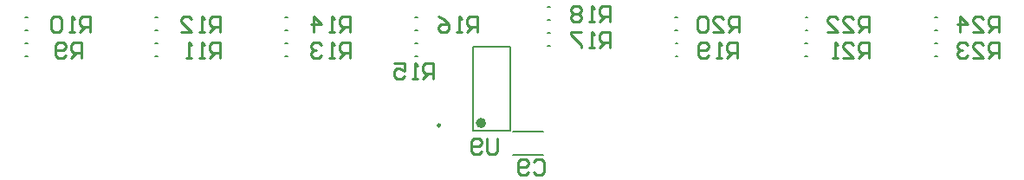
<source format=gbr>
%TF.GenerationSoftware,Altium Limited,Altium Designer,23.10.1 (27)*%
G04 Layer_Color=32896*
%FSLAX45Y45*%
%MOMM*%
%TF.SameCoordinates,A038C99E-A49E-49FA-BA90-4B12FE75E0D5*%
%TF.FilePolarity,Positive*%
%TF.FileFunction,Legend,Bot*%
%TF.Part,Single*%
G01*
G75*
%TA.AperFunction,NonConductor*%
%ADD25C,0.25000*%
%ADD26C,0.20000*%
%ADD27C,0.25400*%
%ADD31C,0.50000*%
D25*
X8971544Y9827900D02*
G03*
X8971544Y9827900I-12500J0D01*
G01*
D26*
X9294328Y9775400D02*
X9654072D01*
Y10595400D01*
X9294328D02*
X9654072D01*
X9294328Y9775400D02*
Y10595400D01*
X4917600Y10882900D02*
X4937600D01*
X4917600Y10757900D02*
X4937600D01*
X4917600Y10628900D02*
X4937600D01*
X4917600Y10503900D02*
X4937600D01*
X10023000Y10730500D02*
X10043000D01*
X10023000Y10605500D02*
X10043000D01*
X7457600Y10882900D02*
X7477600D01*
X7457600Y10757900D02*
X7477600D01*
X6187600Y10882900D02*
X6207600D01*
X6187600Y10757900D02*
X6207600D01*
X8727600Y10628900D02*
X8747600D01*
X8727600Y10503900D02*
X8747600D01*
X7457600Y10628900D02*
X7477600D01*
X7457600Y10503900D02*
X7477600D01*
X6187600Y10628900D02*
X6207600D01*
X6187600Y10503900D02*
X6207600D01*
X11269200Y10628900D02*
X11289200D01*
X11269200Y10503900D02*
X11289200D01*
X12537600Y10628900D02*
X12557600D01*
X12537600Y10503900D02*
X12557600D01*
X13807600Y10628900D02*
X13827600D01*
X13807600Y10503900D02*
X13827600D01*
X13807600Y10882900D02*
X13827600D01*
X13807600Y10757900D02*
X13827600D01*
X10023000Y10984500D02*
X10043000D01*
X10023000Y10859500D02*
X10043000D01*
X8727600Y10882900D02*
X8747600D01*
X8727600Y10757900D02*
X8747600D01*
X11267600Y10882900D02*
X11287600D01*
X11267600Y10757900D02*
X11287600D01*
X12539200Y10882900D02*
X12559200D01*
X12539200Y10757900D02*
X12559200D01*
X9683990Y9539190D02*
X9975610D01*
X9683990Y9764810D02*
X9975610D01*
D27*
X14427135Y10744225D02*
Y10896575D01*
X14350958D01*
X14325568Y10871183D01*
Y10820400D01*
X14350958Y10795008D01*
X14427135D01*
X14376350D02*
X14325568Y10744225D01*
X14173216D02*
X14274783D01*
X14173216Y10845792D01*
Y10871183D01*
X14198608Y10896575D01*
X14249393D01*
X14274783Y10871183D01*
X14046257Y10744225D02*
Y10896575D01*
X14122433Y10820400D01*
X14020866D01*
X14427135Y10490225D02*
Y10642575D01*
X14350958D01*
X14325568Y10617183D01*
Y10566400D01*
X14350958Y10541008D01*
X14427135D01*
X14376350D02*
X14325568Y10490225D01*
X14173216D02*
X14274783D01*
X14173216Y10591792D01*
Y10617183D01*
X14198608Y10642575D01*
X14249393D01*
X14274783Y10617183D01*
X14122433D02*
X14097041Y10642575D01*
X14046257D01*
X14020866Y10617183D01*
Y10591792D01*
X14046257Y10566400D01*
X14071649D01*
X14046257D01*
X14020866Y10541008D01*
Y10515617D01*
X14046257Y10490225D01*
X14097041D01*
X14122433Y10515617D01*
X13157133Y10744225D02*
Y10896575D01*
X13080959D01*
X13055566Y10871183D01*
Y10820400D01*
X13080959Y10795008D01*
X13157133D01*
X13106351D02*
X13055566Y10744225D01*
X12903217D02*
X13004784D01*
X12903217Y10845792D01*
Y10871183D01*
X12928609Y10896575D01*
X12979391D01*
X13004784Y10871183D01*
X12750866Y10744225D02*
X12852432D01*
X12750866Y10845792D01*
Y10871183D01*
X12776257Y10896575D01*
X12827042D01*
X12852432Y10871183D01*
X13157143Y10490225D02*
Y10642575D01*
X13080968D01*
X13055576Y10617183D01*
Y10566400D01*
X13080968Y10541008D01*
X13157143D01*
X13106358D02*
X13055576Y10490225D01*
X12903224D02*
X13004791D01*
X12903224Y10591792D01*
Y10617183D01*
X12928616Y10642575D01*
X12979401D01*
X13004791Y10617183D01*
X12852441Y10490225D02*
X12801657D01*
X12827049D01*
Y10642575D01*
X12852441Y10617183D01*
X11887134Y10744225D02*
Y10896575D01*
X11810959D01*
X11785567Y10871183D01*
Y10820400D01*
X11810959Y10795008D01*
X11887134D01*
X11836351D02*
X11785567Y10744225D01*
X11633216D02*
X11734783D01*
X11633216Y10845792D01*
Y10871183D01*
X11658608Y10896575D01*
X11709392D01*
X11734783Y10871183D01*
X11582433D02*
X11557041Y10896575D01*
X11506257D01*
X11480866Y10871183D01*
Y10769617D01*
X11506257Y10744225D01*
X11557041D01*
X11582433Y10769617D01*
Y10871183D01*
X11874438Y10490225D02*
Y10642575D01*
X11798263D01*
X11772871Y10617183D01*
Y10566400D01*
X11798263Y10541008D01*
X11874438D01*
X11823655D02*
X11772871Y10490225D01*
X11722088D02*
X11671304D01*
X11696696D01*
Y10642575D01*
X11722088Y10617183D01*
X11595129Y10515617D02*
X11569737Y10490225D01*
X11518953D01*
X11493561Y10515617D01*
Y10617183D01*
X11518953Y10642575D01*
X11569737D01*
X11595129Y10617183D01*
Y10591792D01*
X11569737Y10566400D01*
X11493561D01*
X10629838Y10845825D02*
Y10998175D01*
X10553663D01*
X10528271Y10972783D01*
Y10922000D01*
X10553663Y10896608D01*
X10629838D01*
X10579055D02*
X10528271Y10845825D01*
X10477488D02*
X10426704D01*
X10452096D01*
Y10998175D01*
X10477488Y10972783D01*
X10350529D02*
X10325137Y10998175D01*
X10274353D01*
X10248961Y10972783D01*
Y10947392D01*
X10274353Y10922000D01*
X10248961Y10896608D01*
Y10871217D01*
X10274353Y10845825D01*
X10325137D01*
X10350529Y10871217D01*
Y10896608D01*
X10325137Y10922000D01*
X10350529Y10947392D01*
Y10972783D01*
X10325137Y10922000D02*
X10274353D01*
X10629838Y10591825D02*
Y10744175D01*
X10553663D01*
X10528271Y10718783D01*
Y10668000D01*
X10553663Y10642608D01*
X10629838D01*
X10579055D02*
X10528271Y10591825D01*
X10477488D02*
X10426704D01*
X10452096D01*
Y10744175D01*
X10477488Y10718783D01*
X10350529Y10744175D02*
X10248961D01*
Y10718783D01*
X10350529Y10617217D01*
Y10591825D01*
X9334438Y10744225D02*
Y10896575D01*
X9258263D01*
X9232871Y10871183D01*
Y10820400D01*
X9258263Y10795008D01*
X9334438D01*
X9283655D02*
X9232871Y10744225D01*
X9182088D02*
X9131304D01*
X9156696D01*
Y10896575D01*
X9182088Y10871183D01*
X8953561Y10896575D02*
X9004345Y10871183D01*
X9055129Y10820400D01*
Y10769617D01*
X9029737Y10744225D01*
X8978953D01*
X8953561Y10769617D01*
Y10795008D01*
X8978953Y10820400D01*
X9055129D01*
X8902638Y10287025D02*
Y10439375D01*
X8826463D01*
X8801071Y10413983D01*
Y10363200D01*
X8826463Y10337808D01*
X8902638D01*
X8851855D02*
X8801071Y10287025D01*
X8750288D02*
X8699504D01*
X8724896D01*
Y10439375D01*
X8750288Y10413983D01*
X8521761Y10439375D02*
X8623329D01*
Y10363200D01*
X8572545Y10388592D01*
X8547153D01*
X8521761Y10363200D01*
Y10312417D01*
X8547153Y10287025D01*
X8597937D01*
X8623329Y10312417D01*
X8089838Y10744225D02*
Y10896575D01*
X8013663D01*
X7988271Y10871183D01*
Y10820400D01*
X8013663Y10795008D01*
X8089838D01*
X8039055D02*
X7988271Y10744225D01*
X7937488D02*
X7886704D01*
X7912096D01*
Y10896575D01*
X7937488Y10871183D01*
X7734353Y10744225D02*
Y10896575D01*
X7810529Y10820400D01*
X7708961D01*
X8089838Y10490225D02*
Y10642575D01*
X8013663D01*
X7988271Y10617183D01*
Y10566400D01*
X8013663Y10541008D01*
X8089838D01*
X8039055D02*
X7988271Y10490225D01*
X7937488D02*
X7886704D01*
X7912096D01*
Y10642575D01*
X7937488Y10617183D01*
X7810529D02*
X7785137Y10642575D01*
X7734353D01*
X7708961Y10617183D01*
Y10591792D01*
X7734353Y10566400D01*
X7759745D01*
X7734353D01*
X7708961Y10541008D01*
Y10515617D01*
X7734353Y10490225D01*
X7785137D01*
X7810529Y10515617D01*
X6819838Y10744225D02*
Y10896575D01*
X6743663D01*
X6718271Y10871183D01*
Y10820400D01*
X6743663Y10795008D01*
X6819838D01*
X6769055D02*
X6718271Y10744225D01*
X6667488D02*
X6616704D01*
X6642096D01*
Y10896575D01*
X6667488Y10871183D01*
X6438961Y10744225D02*
X6540529D01*
X6438961Y10845792D01*
Y10871183D01*
X6464353Y10896575D01*
X6515137D01*
X6540529Y10871183D01*
X6819846Y10490225D02*
Y10642575D01*
X6743671D01*
X6718279Y10617183D01*
Y10566400D01*
X6743671Y10541008D01*
X6819846D01*
X6769063D02*
X6718279Y10490225D01*
X6667496D02*
X6616712D01*
X6642104D01*
Y10642575D01*
X6667496Y10617183D01*
X6540537Y10490225D02*
X6489753D01*
X6515145D01*
Y10642575D01*
X6540537Y10617183D01*
X5549838Y10744225D02*
Y10896575D01*
X5473663D01*
X5448271Y10871183D01*
Y10820400D01*
X5473663Y10795008D01*
X5549838D01*
X5499055D02*
X5448271Y10744225D01*
X5397488D02*
X5346704D01*
X5372096D01*
Y10896575D01*
X5397488Y10871183D01*
X5270529D02*
X5245137Y10896575D01*
X5194353D01*
X5168961Y10871183D01*
Y10769617D01*
X5194353Y10744225D01*
X5245137D01*
X5270529Y10769617D01*
Y10871183D01*
X5460959Y10490225D02*
Y10642575D01*
X5384783D01*
X5359392Y10617183D01*
Y10566400D01*
X5384783Y10541008D01*
X5460959D01*
X5410175D02*
X5359392Y10490225D01*
X5308608Y10515617D02*
X5283216Y10490225D01*
X5232433D01*
X5207041Y10515617D01*
Y10617183D01*
X5232433Y10642575D01*
X5283216D01*
X5308608Y10617183D01*
Y10591792D01*
X5283216Y10566400D01*
X5207041D01*
X9524959Y9702775D02*
Y9575817D01*
X9499567Y9550425D01*
X9448783D01*
X9423392Y9575817D01*
Y9702775D01*
X9372608Y9575817D02*
X9347216Y9550425D01*
X9296433D01*
X9271041Y9575817D01*
Y9677383D01*
X9296433Y9702775D01*
X9347216D01*
X9372608Y9677383D01*
Y9651992D01*
X9347216Y9626600D01*
X9271041D01*
X9880592Y9474183D02*
X9905983Y9499575D01*
X9956767D01*
X9982159Y9474183D01*
Y9372617D01*
X9956767Y9347225D01*
X9905983D01*
X9880592Y9372617D01*
X9829808D02*
X9804416Y9347225D01*
X9753633D01*
X9728241Y9372617D01*
Y9474183D01*
X9753633Y9499575D01*
X9804416D01*
X9829808Y9474183D01*
Y9448792D01*
X9804416Y9423400D01*
X9728241D01*
D31*
X9394327Y9850400D02*
G03*
X9394327Y9850400I-25000J0D01*
G01*
%TF.MD5,2c03ce0499148299e0691b6977684694*%
M02*

</source>
